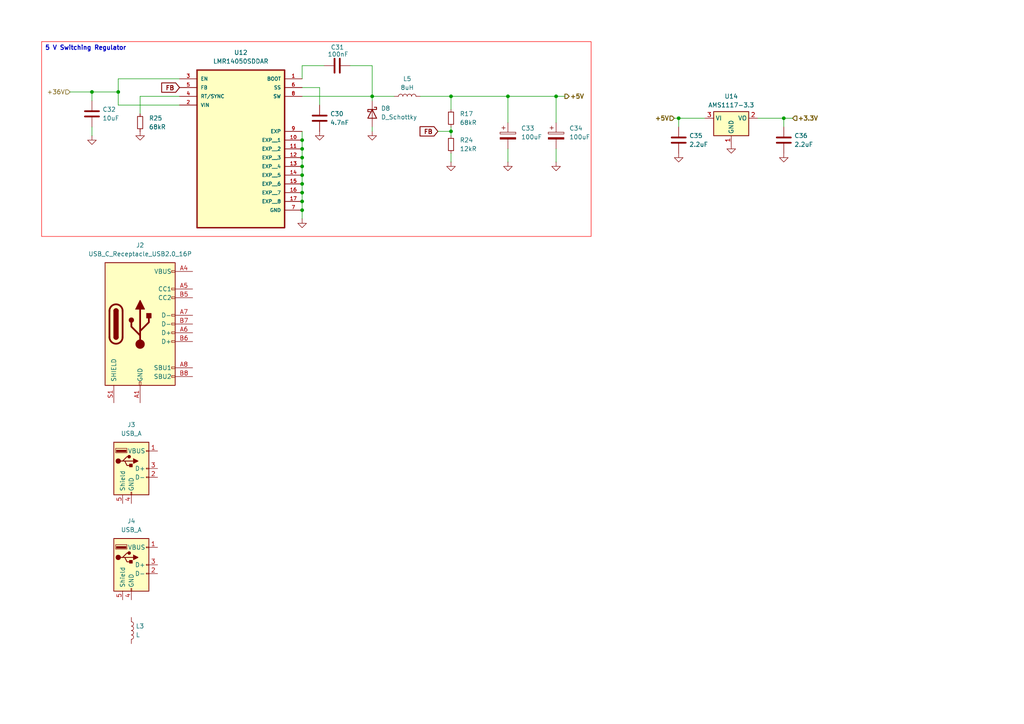
<source format=kicad_sch>
(kicad_sch (version 20231120) (generator "eeschema") (generator_version "8.0")
  (paper "A4")
  (lib_symbols
    (symbol "Connector:USB_A" (pin_names (offset 1.016))
      (property "Reference" "J" (at -5.08 11.43 0))
      (property "Value" "USB_A" (at -5.08 8.89 0))
      (symbol "USB_A_0_1"
        (rectangle (start -5.08 -7.62) (end 5.08 7.62) (stroke (width 0.254)) (fill (type background)))
        (circle (center -3.81 2.159) (radius 0.635) (stroke (width 0.254)) (fill (type outline)))
        (rectangle (start -1.524 4.826) (end -4.318 5.334) (fill (type outline)))
        (rectangle (start -1.27 4.572) (end -4.572 5.842))
        (circle (center -0.635 3.429) (radius 0.381) (stroke (width 0.254)) (fill (type outline)))
        (rectangle (start -0.127 -7.62) (end 0.127 -6.858))
        (polyline (pts (xy -3.175 2.159) (xy -2.54 2.159) (xy -1.27 3.429) (xy -0.635 3.429)) (stroke (width 0.254)))
        (polyline (pts (xy -2.54 2.159) (xy -1.905 2.159) (xy -1.27 0.889) (xy 0 0.889)) (stroke (width 0.254)))
        (polyline (pts (xy 0.635 2.794) (xy 0.635 1.524) (xy 1.905 2.159) (xy 0.635 2.794)) (stroke (width 0.254)) (fill (type outline)))
        (rectangle (start 0.254 1.27) (end -0.508 0.508) (stroke (width 0.254)) (fill (type outline)))
        (rectangle (start 5.08 -2.667) (end 4.318 -2.413))
        (rectangle (start 5.08 -0.127) (end 4.318 0.127))
        (rectangle (start 5.08 4.953) (end 4.318 5.207))
      )
      (symbol "USB_A_1_1"
        (polyline (pts (xy -1.905 2.159) (xy 0.635 2.159)) (stroke (width 0.254)))
        (pin power_in line (at 7.62 5.08 180) (length 2.54) (name "VBUS") (number "1"))
        (pin bidirectional line (at 7.62 -2.54 180) (length 2.54) (name "D-") (number "2"))
        (pin bidirectional line (at 7.62 0 180) (length 2.54) (name "D+") (number "3"))
        (pin power_in line (at 0 -10.16 90) (length 2.54) (name "GND") (number "4"))
        (pin passive line (at -2.54 -10.16 90) (length 2.54) (name "Shield") (number "5"))
      )
    )
    (symbol "Connector:USB_C_Receptacle_USB2.0_16P" (pin_names (offset 1.016))
      (property "Reference" "J" (at 0 22.225 0))
      (property "Value" "USB_C_Receptacle_USB2.0_16P" (at 0 19.685 0))
      (symbol "USB_C_Receptacle_USB2.0_16P_0_0"
        (rectangle (start -0.254 -17.78) (end 0.254 -16.764))
        (rectangle (start 10.16 -14.986) (end 9.144 -15.494))
        (rectangle (start 10.16 -12.446) (end 9.144 -12.954))
        (rectangle (start 10.16 -4.826) (end 9.144 -5.334))
        (rectangle (start 10.16 -2.286) (end 9.144 -2.794))
        (rectangle (start 10.16 0.254) (end 9.144 -0.254))
        (rectangle (start 10.16 2.794) (end 9.144 2.286))
        (rectangle (start 10.16 7.874) (end 9.144 7.366))
        (rectangle (start 10.16 10.414) (end 9.144 9.906))
        (rectangle (start 10.16 15.494) (end 9.144 14.986))
      )
      (symbol "USB_C_Receptacle_USB2.0_16P_0_1"
        (rectangle (start -10.16 17.78) (end 10.16 -17.78) (stroke (width 0.254)) (fill (type background)))
        (arc (start -8.89 -3.81) (mid -6.985 -5.7067) (end -5.08 -3.81) (stroke (width 0.508)))
        (arc (start -7.62 -3.81) (mid -6.985 -4.4423) (end -6.35 -3.81) (stroke (width 0.254)))
        (arc (start -7.62 -3.81) (mid -6.985 -4.4423) (end -6.35 -3.81) (stroke (width 0.254)) (fill (type outline)))
        (rectangle (start -7.62 -3.81) (end -6.35 3.81) (stroke (width 0.254)) (fill (type outline)))
        (arc (start -6.35 3.81) (mid -6.985 4.4423) (end -7.62 3.81) (stroke (width 0.254)))
        (arc (start -6.35 3.81) (mid -6.985 4.4423) (end -7.62 3.81) (stroke (width 0.254)) (fill (type outline)))
        (arc (start -5.08 3.81) (mid -6.985 5.7067) (end -8.89 3.81) (stroke (width 0.508)))
        (circle (center -2.54 1.143) (radius 0.635) (stroke (width 0.254)) (fill (type outline)))
        (circle (center 0 -5.842) (radius 1.27) (fill (type outline)))
        (polyline (pts (xy -8.89 -3.81) (xy -8.89 3.81)) (stroke (width 0.508)))
        (polyline (pts (xy -5.08 3.81) (xy -5.08 -3.81)) (stroke (width 0.508)))
        (polyline (pts (xy 0 -5.842) (xy 0 4.318)) (stroke (width 0.508)))
        (polyline (pts (xy 0 -3.302) (xy -2.54 -0.762) (xy -2.54 0.508)) (stroke (width 0.508)))
        (polyline (pts (xy 0 -2.032) (xy 2.54 0.508) (xy 2.54 1.778)) (stroke (width 0.508)))
        (polyline (pts (xy -1.27 4.318) (xy 0 6.858) (xy 1.27 4.318) (xy -1.27 4.318)) (stroke (width 0.254)) (fill (type outline)))
        (rectangle (start 1.905 1.778) (end 3.175 3.048) (stroke (width 0.254)) (fill (type outline)))
      )
      (symbol "USB_C_Receptacle_USB2.0_16P_1_1"
        (pin passive line (at 0 -22.86 90) (length 5.08) (name "GND") (number "A1"))
        (pin passive line (at 0 -22.86 90) (length 5.08) hide (name "GND") (number "A12"))
        (pin passive line (at 15.24 15.24 180) (length 5.08) (name "VBUS") (number "A4"))
        (pin bidirectional line (at 15.24 10.16 180) (length 5.08) (name "CC1") (number "A5"))
        (pin bidirectional line (at 15.24 -2.54 180) (length 5.08) (name "D+") (number "A6"))
        (pin bidirectional line (at 15.24 2.54 180) (length 5.08) (name "D-") (number "A7"))
        (pin bidirectional line (at 15.24 -12.7 180) (length 5.08) (name "SBU1") (number "A8"))
        (pin passive line (at 15.24 15.24 180) (length 5.08) hide (name "VBUS") (number "A9"))
        (pin passive line (at 0 -22.86 90) (length 5.08) hide (name "GND") (number "B1"))
        (pin passive line (at 0 -22.86 90) (length 5.08) hide (name "GND") (number "B12"))
        (pin passive line (at 15.24 15.24 180) (length 5.08) hide (name "VBUS") (number "B4"))
        (pin bidirectional line (at 15.24 7.62 180) (length 5.08) (name "CC2") (number "B5"))
        (pin bidirectional line (at 15.24 -5.08 180) (length 5.08) (name "D+") (number "B6"))
        (pin bidirectional line (at 15.24 0 180) (length 5.08) (name "D-") (number "B7"))
        (pin bidirectional line (at 15.24 -15.24 180) (length 5.08) (name "SBU2") (number "B8"))
        (pin passive line (at 15.24 15.24 180) (length 5.08) hide (name "VBUS") (number "B9"))
        (pin passive line (at -7.62 -22.86 90) (length 5.08) (name "SHIELD") (number "S1"))
      )
    )
    (symbol "Device:C" (pin_numbers hide) (pin_names (offset 0.254))
      (property "Reference" "C" (at 0.635 2.54 0))
      (property "Value" "C" (at 0.635 -2.54 0))
      (symbol "C_0_1"
        (polyline (pts (xy -2.032 -0.762) (xy 2.032 -0.762)) (stroke (width 0.508)))
        (polyline (pts (xy -2.032 0.762) (xy 2.032 0.762)) (stroke (width 0.508)))
      )
      (symbol "C_1_1"
        (pin passive line (at 0 3.81 270) (length 2.794) (name "~") (number "1"))
        (pin passive line (at 0 -3.81 90) (length 2.794) (name "~") (number "2"))
      )
    )
    (symbol "Device:C_Polarized" (pin_numbers hide) (pin_names (offset 0.254))
      (property "Reference" "C" (at 0.635 2.54 0))
      (property "Value" "C_Polarized" (at 0.635 -2.54 0))
      (symbol "C_Polarized_0_1"
        (rectangle (start -2.286 0.508) (end 2.286 1.016))
        (polyline (pts (xy -1.778 2.286) (xy -0.762 2.286)))
        (polyline (pts (xy -1.27 2.794) (xy -1.27 1.778)))
        (rectangle (start 2.286 -0.508) (end -2.286 -1.016) (fill (type outline)))
      )
      (symbol "C_Polarized_1_1"
        (pin passive line (at 0 3.81 270) (length 2.794) (name "~") (number "1"))
        (pin passive line (at 0 -3.81 90) (length 2.794) (name "~") (number "2"))
      )
    )
    (symbol "Device:D_Schottky" (pin_numbers hide) (pin_names (offset 1.016) hide)
      (property "Reference" "D" (at 0 2.54 0))
      (property "Value" "D_Schottky" (at 0 -2.54 0))
      (symbol "D_Schottky_0_1"
        (polyline (pts (xy 1.27 0) (xy -1.27 0)))
        (polyline (pts (xy 1.27 1.27) (xy 1.27 -1.27) (xy -1.27 0) (xy 1.27 1.27)) (stroke (width 0.254)))
        (polyline (pts (xy -1.905 0.635) (xy -1.905 1.27) (xy -1.27 1.27) (xy -1.27 -1.27) (xy -0.635 -1.27) (xy -0.635 -0.635)) (stroke (width 0.254)))
      )
      (symbol "D_Schottky_1_1"
        (pin passive line (at -3.81 0 0) (length 2.54) (name "K") (number "1"))
        (pin passive line (at 3.81 0 180) (length 2.54) (name "A") (number "2"))
      )
    )
    (symbol "Device:L" (pin_numbers hide) (pin_names (offset 1.016) hide)
      (property "Reference" "L" (at -1.27 0 90))
      (property "Value" "L" (at 1.905 0 90))
      (symbol "L_0_1"
        (arc (start 0 -2.54) (mid 0.6323 -1.905) (end 0 -1.27))
        (arc (start 0 -1.27) (mid 0.6323 -0.635) (end 0 0))
        (arc (start 0 0) (mid 0.6323 0.635) (end 0 1.27))
        (arc (start 0 1.27) (mid 0.6323 1.905) (end 0 2.54))
      )
      (symbol "L_1_1"
        (pin passive line (at 0 3.81 270) (length 1.27) (name "1") (number "1"))
        (pin passive line (at 0 -3.81 90) (length 1.27) (name "2") (number "2"))
      )
    )
    (symbol "Device:R_Small" (pin_numbers hide) (pin_names (offset 0.254) hide)
      (property "Reference" "R" (at 0.762 0.508 0))
      (property "Value" "R_Small" (at 0.762 -1.016 0))
      (symbol "R_Small_0_1"
        (rectangle (start -0.762 1.778) (end 0.762 -1.778) (stroke (width 0.2032)))
      )
      (symbol "R_Small_1_1"
        (pin passive line (at 0 2.54 270) (length 0.762) (name "~") (number "1"))
        (pin passive line (at 0 -2.54 90) (length 0.762) (name "~") (number "2"))
      )
    )
    (symbol "HAVENS_Lib:LMR14050SDDAR" (pin_names (offset 1.016))
      (property "Reference" "U" (at -12.7 13.7 0))
      (property "Value" "LMR14050SDDAR" (at -12.7 -37.02 0))
      (symbol "LMR14050SDDAR_0_0"
        (rectangle (start -12.7 -33.02) (end 12.7 12.7) (stroke (width 0.41)) (fill (type background)))
        (pin output line (at 17.78 10.16 180) (length 5.08) (name "BOOT") (number "1"))
        (pin power_in line (at 17.78 -7.62 180) (length 5.08) (name "EXP__1") (number "10"))
        (pin power_in line (at 17.78 -10.16 180) (length 5.08) (name "EXP__2") (number "11"))
        (pin power_in line (at 17.78 -12.7 180) (length 5.08) (name "EXP__3") (number "12"))
        (pin power_in line (at 17.78 -15.24 180) (length 5.08) (name "EXP__4") (number "13"))
        (pin power_in line (at 17.78 -17.78 180) (length 5.08) (name "EXP__5") (number "14"))
        (pin power_in line (at 17.78 -20.32 180) (length 5.08) (name "EXP__6") (number "15"))
        (pin power_in line (at 17.78 -22.86 180) (length 5.08) (name "EXP__7") (number "16"))
        (pin power_in line (at 17.78 -25.4 180) (length 5.08) (name "EXP__8") (number "17"))
        (pin input line (at -17.78 2.54 0) (length 5.08) (name "VIN") (number "2"))
        (pin input line (at -17.78 10.16 0) (length 5.08) (name "EN") (number "3"))
        (pin input line (at -17.78 5.08 0) (length 5.08) (name "RT/SYNC") (number "4"))
        (pin input line (at -17.78 7.62 0) (length 5.08) (name "FB") (number "5"))
        (pin output line (at 17.78 7.62 180) (length 5.08) (name "SS") (number "6"))
        (pin power_in line (at 17.78 -27.94 180) (length 5.08) (name "GND") (number "7"))
        (pin output line (at 17.78 5.08 180) (length 5.08) (name "SW") (number "8"))
        (pin power_in line (at 17.78 -5.08 180) (length 5.08) (name "EXP") (number "9"))
      )
    )
    (symbol "Regulator_Linear:AMS1117-3.3"
      (property "Reference" "U" (at -3.81 3.175 0))
      (property "Value" "AMS1117-3.3" (at 0 3.175 0))
      (symbol "AMS1117-3.3_0_1"
        (rectangle (start -5.08 -5.08) (end 5.08 1.905) (stroke (width 0.254)) (fill (type background)))
      )
      (symbol "AMS1117-3.3_1_1"
        (pin power_in line (at 0 -7.62 90) (length 2.54) (name "GND") (number "1"))
        (pin power_out line (at 7.62 0 180) (length 2.54) (name "VO") (number "2"))
        (pin power_in line (at -7.62 0 0) (length 2.54) (name "VI") (number "3"))
      )
    )
    (symbol "power:GND" (power) (pin_numbers hide) (pin_names (offset 0) hide)
      (property "Value" "GND" (at 0 -3.81 0))
      (symbol "GND_0_1"
        (polyline (pts (xy 0 0) (xy 0 -1.27) (xy 1.27 -1.27) (xy 0 -2.54) (xy -1.27 -1.27) (xy 0 -1.27)))
      )
      (symbol "GND_1_1"
        (pin power_in line (at 0 0 270) (length 0) (name "~") (number "1"))
      )
    )
  )
  (junction (at 87.63 58.42))
  (junction (at 107.95 27.94))
  (junction (at 87.63 40.64))
  (junction (at 227.33 34.29))
  (junction (at 87.63 45.72))
  (junction (at 130.81 27.94))
  (junction (at 87.63 55.88))
  (junction (at 87.63 53.34))
  (junction (at 147.32 27.94))
  (junction (at 196.85 34.29))
  (junction (at 161.29 27.94))
  (junction (at 26.67 26.67))
  (junction (at 87.63 60.96))
  (junction (at 130.81 38.1))
  (junction (at 87.63 43.18))
  (junction (at 87.63 48.26))
  (junction (at 34.29 26.67))
  (junction (at 87.63 50.8))
  (wire (pts (xy 130.81 36.83) (xy 130.81 38.1)))
  (wire (pts (xy 161.29 27.94) (xy 163.83 27.94)))
  (wire (pts (xy 87.63 45.72) (xy 87.63 48.26)))
  (wire (pts (xy 34.29 30.48) (xy 34.29 26.67)))
  (wire (pts (xy 147.32 46.99) (xy 147.32 43.18)))
  (wire (pts (xy 107.95 19.05) (xy 107.95 27.94)))
  (wire (pts (xy 219.71 34.29) (xy 227.33 34.29)))
  (wire (pts (xy 34.29 22.86) (xy 52.07 22.86)))
  (wire (pts (xy 107.95 19.05) (xy 101.6 19.05)))
  (wire (pts (xy 92.71 25.4) (xy 87.63 25.4)))
  (wire (pts (xy 196.85 34.29) (xy 196.85 36.83)))
  (wire (pts (xy 26.67 29.21) (xy 26.67 26.67)))
  (wire (pts (xy 161.29 27.94) (xy 161.29 35.56)))
  (wire (pts (xy 26.67 36.83) (xy 26.67 39.37)))
  (wire (pts (xy 87.63 48.26) (xy 87.63 50.8)))
  (wire (pts (xy 92.71 30.48) (xy 92.71 25.4)))
  (wire (pts (xy 127 38.1) (xy 130.81 38.1)))
  (wire (pts (xy 130.81 27.94) (xy 130.81 31.75)))
  (wire (pts (xy 130.81 38.1) (xy 130.81 39.37)))
  (wire (pts (xy 227.33 34.29) (xy 229.87 34.29)))
  (wire (pts (xy 227.33 34.29) (xy 227.33 36.83)))
  (wire (pts (xy 130.81 44.45) (xy 130.81 46.99)))
  (wire (pts (xy 204.47 34.29) (xy 196.85 34.29)))
  (wire (pts (xy 130.81 27.94) (xy 147.32 27.94)))
  (wire (pts (xy 87.63 58.42) (xy 87.63 60.96)))
  (wire (pts (xy 107.95 27.94) (xy 107.95 29.21)))
  (wire (pts (xy 107.95 27.94) (xy 114.3 27.94)))
  (wire (pts (xy 87.63 60.96) (xy 87.63 63.5)))
  (wire (pts (xy 93.98 19.05) (xy 87.63 19.05)))
  (wire (pts (xy 107.95 36.83) (xy 107.95 38.1)))
  (wire (pts (xy 87.63 19.05) (xy 87.63 22.86)))
  (wire (pts (xy 52.07 30.48) (xy 34.29 30.48)))
  (wire (pts (xy 195.58 34.29) (xy 196.85 34.29)))
  (wire (pts (xy 87.63 53.34) (xy 87.63 55.88)))
  (wire (pts (xy 147.32 27.94) (xy 147.32 35.56)))
  (wire (pts (xy 87.63 55.88) (xy 87.63 58.42)))
  (wire (pts (xy 147.32 27.94) (xy 161.29 27.94)))
  (wire (pts (xy 87.63 43.18) (xy 87.63 45.72)))
  (wire (pts (xy 52.07 27.94) (xy 40.64 27.94)))
  (wire (pts (xy 121.92 27.94) (xy 130.81 27.94)))
  (wire (pts (xy 40.64 27.94) (xy 40.64 33.02)))
  (wire (pts (xy 87.63 27.94) (xy 107.95 27.94)))
  (wire (pts (xy 161.29 46.99) (xy 161.29 43.18)))
  (wire (pts (xy 87.63 38.1) (xy 87.63 40.64)))
  (wire (pts (xy 87.63 50.8) (xy 87.63 53.34)))
  (wire (pts (xy 20.32 26.67) (xy 26.67 26.67)))
  (wire (pts (xy 34.29 26.67) (xy 34.29 22.86)))
  (wire (pts (xy 26.67 26.67) (xy 34.29 26.67)))
  (wire (pts (xy 87.63 40.64) (xy 87.63 43.18)))
  (text_box "5 V Switching Regulator" (at 12.065 12.065 0) (size 159.385 56.515) (stroke (width 0) (color 255 0 0 1)) (effects (font (size 1.27 1.27) (bold yes)) (justify left top)))
  (global_label "FB" (shape input) (at 127 38.1 180) (effects (font (bold yes))) (property "Intersheetrefs" "${INTERSHEET_REFS}" (effects (hide yes))))
  (global_label "FB" (shape input) (at 52.07 25.4 180) (effects (font (bold yes))) (property "Intersheetrefs" "${INTERSHEET_REFS}" (effects (hide yes))))
  (hierarchical_label "+3.3V" (shape input) (at 229.87 34.29 0) (effects (font (bold yes))))
  (hierarchical_label "+36V" (shape input) (at 20.32 26.67 180))
  (hierarchical_label "+5V" (shape input) (at 195.58 34.29 180) (effects (font (bold yes))))
  (hierarchical_label "+5V" (shape output) (at 163.83 27.94 0) (effects (font (bold yes))))
  (symbol (lib_id "power:GND") (at 196.85 44.45 0) (unit 1)
    (property "Reference" "#PWR053" (effects (hide yes)))
    (property "Value" "GND" (effects (hide yes)))
    (property "Description" "Power symbol creates a global label with name \"GND\" , ground" (effects (hide yes)))
  )
  (symbol (lib_id "Device:C") (at 196.85 40.64 0) (unit 1)
    (property "Reference" "C35" (at 199.898 39.37 0) (effects (justify left)))
    (property "Value" "2.2uF" (at 199.898 41.91 0) (effects (justify left)))
    (property "Description" "Unpolarized capacitor" (effects (hide yes)))
  )
  (symbol (lib_id "power:GND") (at 26.67 39.37 0) (unit 1)
    (property "Reference" "#PWR049" (effects (hide yes)))
    (property "Value" "GND" (effects (hide yes)))
    (property "Description" "Power symbol creates a global label with name \"GND\" , ground" (effects (hide yes)))
  )
  (symbol (lib_id "power:GND") (at 130.81 46.99 0) (unit 1)
    (property "Reference" "#PWR047" (effects (hide yes)))
    (property "Value" "GND" (effects (hide yes)))
    (property "Description" "Power symbol creates a global label with name \"GND\" , ground" (effects (hide yes)))
  )
  (symbol (lib_id "Device:R_Small") (at 40.64 35.56 0) (unit 1)
    (property "Reference" "R25" (at 43.18 34.2899 0) (effects (justify left)))
    (property "Value" "68kR" (at 43.18 36.8299 0) (effects (justify left)))
    (property "Description" "Resistor, small symbol" (effects (hide yes)))
  )
  (symbol (lib_id "Connector:USB_A") (at 38.1 163.83 0) (unit 1)
    (property "Reference" "J4" (at 38.1 151.13 0))
    (property "Value" "USB_A" (at 38.1 153.67 0))
    (property "Datasheet" " ~" (effects (hide yes)))
    (property "Description" "USB Type A connector" (effects (hide yes)))
  )
  (symbol (lib_id "Connector:USB_C_Receptacle_USB2.0_16P") (at 40.64 93.98 0) (unit 1)
    (property "Reference" "J2" (at 40.64 71.12 0))
    (property "Value" "USB_C_Receptacle_USB2.0_16P" (at 40.64 73.66 0))
    (property "Datasheet" "https://www.usb.org/sites/default/files/documents/usb_type-c.zip" (effects (hide yes)))
    (property "Description" "USB 2.0-only 16P Type-C Receptacle connector" (effects (hide yes)))
  )
  (symbol (lib_id "Device:C_Polarized") (at 147.32 39.37 0) (unit 1)
    (property "Reference" "C33" (at 151.13 37.2109 0) (effects (justify left)))
    (property "Value" "100uF" (at 151.13 39.7509 0) (effects (justify left)))
    (property "Description" "Polarized capacitor" (effects (hide yes)))
  )
  (symbol (lib_id "Device:L") (at 38.1 182.88 0) (unit 1)
    (property "Reference" "L3" (at 39.37 181.6099 0) (effects (justify left)))
    (property "Value" "L" (at 39.37 184.1499 0) (effects (justify left)))
    (property "Description" "Inductor" (effects (hide yes)))
  )
  (symbol (lib_id "power:GND") (at 92.71 38.1 0) (unit 1)
    (property "Reference" "#PWR045" (effects (hide yes)))
    (property "Value" "GND" (effects (hide yes)))
    (property "Description" "Power symbol creates a global label with name \"GND\" , ground" (effects (hide yes)))
  )
  (symbol (lib_id "HAVENS_Lib:LMR14050SDDAR") (at 69.85 33.02 0) (unit 1)
    (property "Reference" "U12" (at 69.85 15.24 0))
    (property "Value" "LMR14050SDDAR" (at 69.85 17.78 0))
    (property "Footprint" "LMR14050SDDAR:VREG_LM5017MR_NOPB" (effects (hide yes)))
    (property "MF" "Texas Instruments" (effects (hide yes)))
    (property "Purchase-URL" "https://pricing.snapeda.com/search/part/LMR14050SDDAR/?ref=eda" (effects (hide yes)))
    (property "Package" "HSOIC-8 Texas Instruments" (effects (hide yes)))
    (property "Price" "None" (effects (hide yes)))
    (property "MP" "LMR14050SDDAR" (effects (hide yes)))
    (property "Availability" "Good" (effects (hide yes)))
    (property "Description_1" "SIMPLE SWITCHER 40-V, 5-A, 2.2-MHz step-down converter with 40-?A IQ 8-SO PowerPAD -40 to 125" (effects (hide yes)))
  )
  (symbol (lib_id "power:GND") (at 227.33 44.45 0) (unit 1)
    (property "Reference" "#PWR054" (effects (hide yes)))
    (property "Value" "GND" (effects (hide yes)))
    (property "Description" "Power symbol creates a global label with name \"GND\" , ground" (effects (hide yes)))
  )
  (symbol (lib_id "power:GND") (at 107.95 38.1 0) (unit 1)
    (property "Reference" "#PWR046" (effects (hide yes)))
    (property "Value" "GND" (effects (hide yes)))
    (property "Description" "Power symbol creates a global label with name \"GND\" , ground" (effects (hide yes)))
  )
  (symbol (lib_id "Connector:USB_A") (at 38.1 135.89 0) (unit 1)
    (property "Reference" "J3" (at 38.1 123.19 0))
    (property "Value" "USB_A" (at 38.1 125.73 0))
    (property "Datasheet" " ~" (effects (hide yes)))
    (property "Description" "USB Type A connector" (effects (hide yes)))
  )
  (symbol (lib_id "Device:R_Small") (at 130.81 34.29 0) (unit 1)
    (property "Reference" "R17" (at 133.35 33.0199 0) (effects (justify left)))
    (property "Value" "68kR" (at 133.35 35.5599 0) (effects (justify left)))
    (property "Description" "Resistor, small symbol" (effects (hide yes)))
  )
  (symbol (lib_id "Device:C") (at 227.33 40.64 0) (unit 1)
    (property "Reference" "C36" (at 230.378 39.37 0) (effects (justify left)))
    (property "Value" "2.2uF" (at 230.378 41.91 0) (effects (justify left)))
    (property "Description" "Unpolarized capacitor" (effects (hide yes)))
  )
  (symbol (lib_id "power:GND") (at 87.63 63.5 0) (unit 1)
    (property "Reference" "#PWR044" (effects (hide yes)))
    (property "Value" "GND" (effects (hide yes)))
    (property "Description" "Power symbol creates a global label with name \"GND\" , ground" (effects (hide yes)))
  )
  (symbol (lib_id "Regulator_Linear:AMS1117-3.3") (at 212.09 34.29 0) (unit 1)
    (property "Reference" "U14" (at 212.09 27.94 0))
    (property "Value" "AMS1117-3.3" (at 212.09 30.48 0))
    (property "Footprint" "Package_TO_SOT_SMD:SOT-223-3_TabPin2" (effects (hide yes)))
    (property "Datasheet" "http://www.advanced-monolithic.com/pdf/ds1117.pdf" (effects (hide yes)))
    (property "Description" "1A Low Dropout regulator, positive, 3.3V fixed output, SOT-223" (effects (hide yes)))
  )
  (symbol (lib_id "power:GND") (at 161.29 46.99 0) (unit 1)
    (property "Reference" "#PWR051" (effects (hide yes)))
    (property "Value" "GND" (effects (hide yes)))
    (property "Description" "Power symbol creates a global label with name \"GND\" , ground" (effects (hide yes)))
  )
  (symbol (lib_id "Device:L") (at 118.11 27.94 90) (unit 1)
    (property "Reference" "L5" (at 118.11 22.86 90))
    (property "Value" "8uH" (at 118.11 25.4 90))
    (property "Description" "Inductor" (effects (hide yes)))
  )
  (symbol (lib_id "power:GND") (at 40.64 38.1 0) (unit 1)
    (property "Reference" "#PWR048" (effects (hide yes)))
    (property "Value" "GND" (effects (hide yes)))
    (property "Description" "Power symbol creates a global label with name \"GND\" , ground" (effects (hide yes)))
  )
  (symbol (lib_id "power:GND") (at 147.32 46.99 0) (unit 1)
    (property "Reference" "#PWR050" (effects (hide yes)))
    (property "Value" "GND" (effects (hide yes)))
    (property "Description" "Power symbol creates a global label with name \"GND\" , ground" (effects (hide yes)))
  )
  (symbol (lib_id "Device:C_Polarized") (at 161.29 39.37 0) (unit 1)
    (property "Reference" "C34" (at 165.1 37.2109 0) (effects (justify left)))
    (property "Value" "100uF" (at 165.1 39.7509 0) (effects (justify left)))
    (property "Description" "Polarized capacitor" (effects (hide yes)))
  )
  (symbol (lib_id "power:GND") (at 212.09 41.91 0) (unit 1)
    (property "Reference" "#PWR052" (effects (hide yes)))
    (property "Value" "GND" (effects (hide yes)))
    (property "Description" "Power symbol creates a global label with name \"GND\" , ground" (effects (hide yes)))
  )
  (symbol (lib_id "Device:C") (at 92.71 34.29 0) (unit 1)
    (property "Reference" "C30" (at 95.758 33.02 0) (effects (justify left)))
    (property "Value" "4.7nF" (at 95.758 35.56 0) (effects (justify left)))
    (property "Description" "Unpolarized capacitor" (effects (hide yes)))
  )
  (symbol (lib_id "Device:D_Schottky") (at 107.95 33.02 270) (unit 1)
    (property "Reference" "D8" (at 110.49 31.4324 90) (effects (justify left)))
    (property "Value" "D_Schottky" (at 110.49 33.9724 90) (effects (justify left)))
    (property "Description" "Schottky diode" (effects (hide yes)))
  )
  (symbol (lib_id "Device:C") (at 97.79 19.05 90) (unit 1)
    (property "Reference" "C31" (at 99.822 13.716 90) (effects (justify left)))
    (property "Value" "100nF" (at 101.092 15.748 90) (effects (justify left)))
    (property "Description" "Unpolarized capacitor" (effects (hide yes)))
  )
  (symbol (lib_id "Device:R_Small") (at 130.81 41.91 0) (unit 1)
    (property "Reference" "R24" (at 133.35 40.6399 0) (effects (justify left)))
    (property "Value" "12kR" (at 133.35 43.1799 0) (effects (justify left)))
    (property "Description" "Resistor, small symbol" (effects (hide yes)))
  )
  (symbol (lib_id "Device:C") (at 26.67 33.02 0) (unit 1)
    (property "Reference" "C32" (at 29.718 31.75 0) (effects (justify left)))
    (property "Value" "10uF" (at 29.718 34.29 0) (effects (justify left)))
    (property "Description" "Unpolarized capacitor" (effects (hide yes)))
  )
)
</source>
